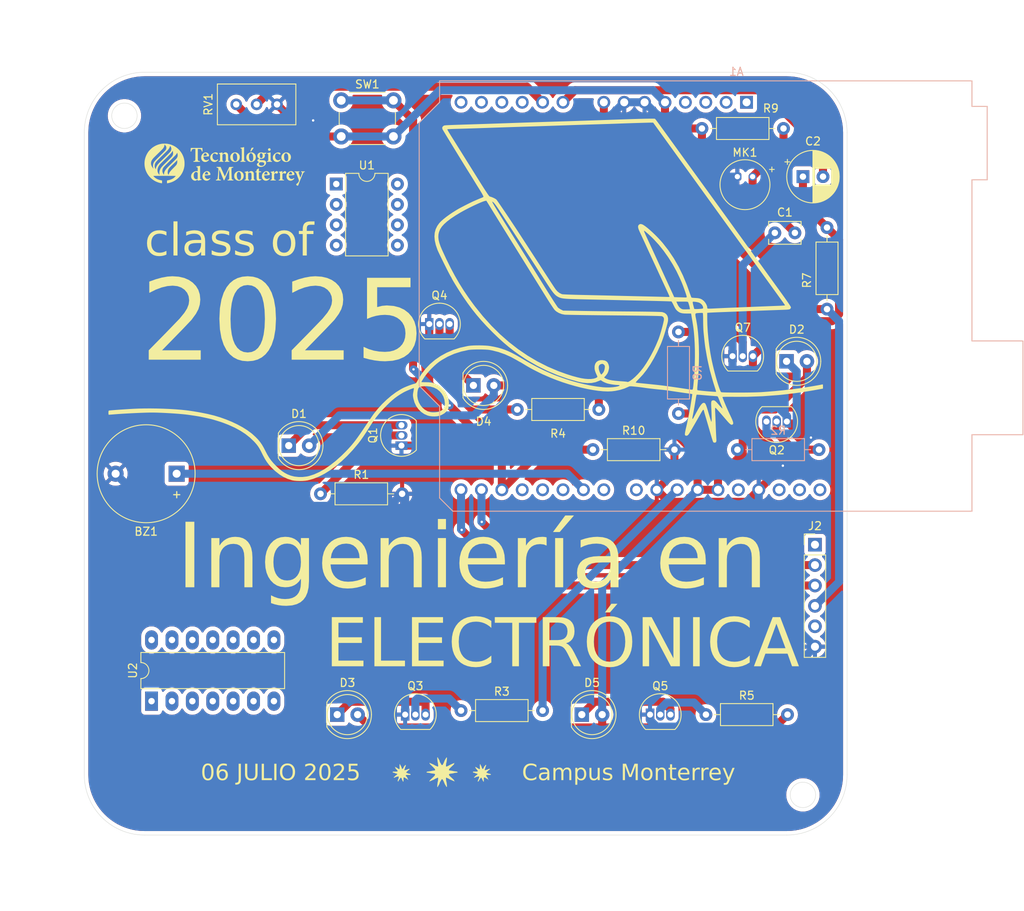
<source format=kicad_pcb>
(kicad_pcb (version 20240108) (generator "pcbnew") (generator_version "8.0")
  (layers (0 "F.Cu" signal) (31 "B.Cu" signal) (34 "B.Paste" user) (35 "F.Paste" user) (36 "B.SilkS" user "B.Silkscreen") (37 "F.SilkS" user "F.Silkscreen") (38 "B.Mask" user) (39 "F.Mask" user) (44 "Edge.Cuts" user))
  (net 0 "")
  (net 12 "Net-(A1-+5V)")
  (net 13 "GND")
  (net 14 "Net-(A1-A0)")
  (net 15 "Net-(A1-D1{slash}TX)")
  (net 16 "Net-(A1-D5)")
  (net 17 "/LEDSchem/PinName")
  (net 18 "Net-(A1-3V3)")
  (net 19 "Net-(A1-A1)")
  (net 20 "/LEDSchem5/PinName")
  (net 21 "/LEDSchem2/PinName")
  (net 22 "Net-(A1-D2)")
  (net 23 "Net-(A1-D6)")
  (net 24 "Net-(A1-~{RESET})")
  (net 25 "Net-(A1-IOREF)")
  (net 26 "Net-(A1-D0{slash}RX)")
  (net 27 "Net-(Q7-B)")
  (net 28 "Net-(MK1-+)")
  (net 29 "Net-(Q7-C)")
  (net 30 "Net-(D1-K)")
  (net 31 "Net-(D2-K)")
  (net 32 "Net-(D3-K)")
  (net 33 "Net-(D4-K)")
  (net 34 "Net-(D5-K)")
  (net 37 "Net-(Q1-B)")
  (net 38 "Net-(Q2-B)")
  (net 39 "Net-(Q3-B)")
  (net 40 "Net-(Q4-B)")
  (net 41 "Net-(Q5-B)")
  (footprint "Resistor_THT:R_Axial_DIN0207_L6.3mm_D2.5mm_P10.16mm_Horizontal" (layer "F.Cu") (at 94.42 102.5)
    (property "Reference" "R1" (at 5.08 -2.37 0) (layer "F.SilkS"))
    (property "Value" "R")
    (pad "1" thru_hole circle (at 0 0) (size 1.6 1.6) (drill 0.8) (layers "*.Cu" "*.Mask") (net 37 "Net-(Q1-B)"))
    (pad "2" thru_hole oval (at 10.16 0) (size 1.6 1.6) (drill 0.8) (layers "*.Cu" "*.Mask") (net 13 "GND"))
  )
  (footprint "LED_THT:LED_D5.0mm" (layer "F.Cu") (at 113.46 89)
    (property "Reference" "D4" (at 1.27 4.5 0) (layer "F.SilkS"))
    (property "Value" "LED")
    (pad "1" thru_hole rect (at 0 0) (size 1.8 1.8) (drill 0.9) (layers "*.Cu" "*.Mask") (net 33 "Net-(D4-K)"))
    (pad "2" thru_hole circle (at 2.54 0) (size 1.8 1.8) (drill 0.9) (layers "*.Cu" "*.Mask") (net 17 "/LEDSchem/PinName"))
  )
  (footprint "Resistor_THT:R_Axial_DIN0207_L6.3mm_D2.5mm_P10.16mm_Horizontal" (layer "F.Cu") (at 141.92 57)
    (property "Reference" "R9" (at 8.58 -2.5 0) (layer "F.SilkS"))
    (property "Value" "R")
    (pad "1" thru_hole circle (at 0 0) (size 1.6 1.6) (drill 0.8) (layers "*.Cu" "*.Mask") (net 12 "Net-(A1-+5V)"))
    (pad "2" thru_hole oval (at 10.16 0) (size 1.6 1.6) (drill 0.8) (layers "*.Cu" "*.Mask") (net 28 "Net-(MK1-+)"))
  )
  (footprint "LOGO" (layer "F.Cu") (at 82.5 61.5)
    (property "Reference" "G***" (hide yes))
    (property "Value" "LOGO" (hide yes))
  )
  (footprint "Resistor_THT:R_Axial_DIN0207_L6.3mm_D2.5mm_P10.16mm_Horizontal" (layer "F.Cu") (at 142.42 130)
    (property "Reference" "R5" (at 5.08 -2.37 0) (layer "F.SilkS"))
    (property "Value" "R")
    (pad "1" thru_hole circle (at 0 0) (size 1.6 1.6) (drill 0.8) (layers "*.Cu" "*.Mask") (net 41 "Net-(Q5-B)"))
    (pad "2" thru_hole oval (at 10.16 0) (size 1.6 1.6) (drill 0.8) (layers "*.Cu" "*.Mask") (net 17 "/LEDSchem/PinName"))
  )
  (footprint "Resistor_THT:R_Axial_DIN0207_L6.3mm_D2.5mm_P10.16mm_Horizontal" (layer "F.Cu") (at 128.34 97)
    (property "Reference" "R10" (at 5.08 -2.37 0) (layer "F.SilkS"))
    (property "Value" "R")
    (pad "1" thru_hole circle (at 0 0) (size 1.6 1.6) (drill 0.8) (layers "*.Cu" "*.Mask") (net 22 "Net-(A1-D2)"))
    (pad "2" thru_hole oval (at 10.16 0) (size 1.6 1.6) (drill 0.8) (layers "*.Cu" "*.Mask") (net 13 "GND"))
  )
  (footprint "Sensor_Audio:POM-2244P-C3310-2-R" (layer "F.Cu") (at 146.3325 63)
    (property "Reference" "MK1" (at 0.95 -3 0) (layer "F.SilkS"))
    (property "Value" "Microphone")
    (pad "1" thru_hole roundrect (at 0 0) (size 1 1) (drill 0.65) (layers "*.Cu" "*.Mask") (net 13 "GND"))
    (pad "2" thru_hole circle (at 1.9 0) (size 1 1) (drill 0.65) (layers "*.Cu" "*.Mask") (net 28 "Net-(MK1-+)"))
  )
  (footprint "Package_TO_SOT_THT:TO-92_Inline" (layer "F.Cu") (at 152.5 93.5 180)
    (property "Reference" "Q2" (at 1.27 -3.56 360) (layer "F.SilkS"))
    (property "Value" "2N2219")
    (pad "1" thru_hole rect (at 0 0 180) (size 1.05 1.5) (drill 0.75) (layers "*.Cu" "*.Mask") (net 13 "GND"))
    (pad "2" thru_hole oval (at 1.27 0 180) (size 1.05 1.5) (drill 0.75) (layers "*.Cu" "*.Mask") (net 38 "Net-(Q2-B)"))
    (pad "3" thru_hole oval (at 2.54 0 180) (size 1.05 1.5) (drill 0.75) (layers "*.Cu" "*.Mask") (net 31 "Net-(D2-K)"))
  )
  (footprint "Package_TO_SOT_THT:TO-92_Inline" (layer "F.Cu") (at 104.5 96.5 90)
    (property "Reference" "Q1" (at 1.27 -3.56 90) (layer "F.SilkS"))
    (property "Value" "2N2219")
    (pad "1" thru_hole rect (at 0 0 90) (size 1.05 1.5) (drill 0.75) (layers "*.Cu" "*.Mask") (net 13 "GND"))
    (pad "2" thru_hole oval (at 1.27 0 90) (size 1.05 1.5) (drill 0.75) (layers "*.Cu" "*.Mask") (net 37 "Net-(Q1-B)"))
    (pad "3" thru_hole oval (at 2.54 0 90) (size 1.05 1.5) (drill 0.75) (layers "*.Cu" "*.Mask") (net 30 "Net-(D1-K)"))
  )
  (footprint "Capacitor_THT:C_Disc_D3.8mm_W2.6mm_P2.50mm" (layer "F.Cu") (at 151 70)
    (property "Reference" "C1" (at 1.25 -2.55 0) (layer "F.SilkS"))
    (property "Value" "C_ceramico")
    (pad "1" thru_hole circle (at 0 0) (size 1.6 1.6) (drill 0.8) (layers "*.Cu" "*.Mask") (net 27 "Net-(Q7-B)"))
    (pad "2" thru_hole circle (at 2.5 0) (size 1.6 1.6) (drill 0.8) (layers "*.Cu" "*.Mask") (net 28 "Net-(MK1-+)"))
  )
  (footprint "Package_DIP:DIP-8_W7.62mm" (layer "F.Cu") (at 96.38 63.92)
    (property "Reference" "U1" (at 3.81 -2.33 360) (layer "F.SilkS"))
    (property "Value" "LM358")
    (pad "1" thru_hole rect (at 0 0) (size 1.6 1.6) (drill 0.8) (layers "*.Cu" "*.Mask"))
    (pad "2" thru_hole oval (at 0 2.54) (size 1.6 1.6) (drill 0.8) (layers "*.Cu" "*.Mask"))
    (pad "3" thru_hole oval (at 0 5.08) (size 1.6 1.6) (drill 0.8) (layers "*.Cu" "*.Mask"))
    (pad "4" thru_hole oval (at 0 7.62) (size 1.6 1.6) (drill 0.8) (layers "*.Cu" "*.Mask"))
    (pad "5" thru_hole oval (at 7.62 7.62) (size 1.6 1.6) (drill 0.8) (layers "*.Cu" "*.Mask"))
    (pad "6" thru_hole oval (at 7.62 5.08) (size 1.6 1.6) (drill 0.8) (layers "*.Cu" "*.Mask"))
    (pad "7" thru_hole oval (at 7.62 2.54) (size 1.6 1.6) (drill 0.8) (layers "*.Cu" "*.Mask"))
    (pad "8" thru_hole oval (at 7.62 0) (size 1.6 1.6) (drill 0.8) (layers "*.Cu" "*.Mask"))
  )
  (footprint "LED_THT:LED_D5.0mm" (layer "F.Cu") (at 152.46 86)
    (property "Reference" "D2" (at 1.27 -3.96 0) (layer "F.SilkS"))
    (property "Value" "LED")
    (pad "1" thru_hole rect (at 0 0) (size 1.8 1.8) (drill 0.9) (layers "*.Cu" "*.Mask") (net 31 "Net-(D2-K)"))
    (pad "2" thru_hole circle (at 2.54 0) (size 1.8 1.8) (drill 0.9) (layers "*.Cu" "*.Mask") (net 17 "/LEDSchem/PinName"))
  )
  (footprint "Package_TO_SOT_THT:TO-92_Inline" (layer "F.Cu") (at 145.73 85.36)
    (property "Reference" "Q7" (at 1.27 -3.56 0) (layer "F.SilkS"))
    (property "Value" "2N2219")
    (pad "1" thru_hole rect (at 0 0) (size 1.05 1.5) (drill 0.75) (layers "*.Cu" "*.Mask") (net 13 "GND"))
    (pad "2" thru_hole oval (at 1.27 0) (size 1.05 1.5) (drill 0.75) (layers "*.Cu" "*.Mask") (net 27 "Net-(Q7-B)"))
    (pad "3" thru_hole oval (at 2.54 0) (size 1.05 1.5) (drill 0.75) (layers "*.Cu" "*.Mask") (net 29 "Net-(Q7-C)"))
  )
  (footprint "LED_THT:LED_D5.0mm" (layer "F.Cu") (at 90.46 96.5)
    (property "Reference" "D1" (at 1.27 -3.96 0) (layer "F.SilkS"))
    (property "Value" "LED")
    (pad "1" thru_hole rect (at 0 0) (size 1.8 1.8) (drill 0.9) (layers "*.Cu" "*.Mask") (net 30 "Net-(D1-K)"))
    (pad "2" thru_hole circle (at 2.54 0) (size 1.8 1.8) (drill 0.9) (layers "*.Cu" "*.Mask") (net 17 "/LEDSchem/PinName"))
  )
  (footprint "Package_DIP:DIP-14_W7.62mm_LongPads" (layer "F.Cu") (at 73.375 128.325 90)
    (property "Reference" "U2" (at 3.81 -2.33 90) (layer "F.SilkS"))
    (property "Value" "74LS08")
    (pad "1" thru_hole rect (at 0 0 90) (size 2.4 1.6) (drill 0.8) (layers "*.Cu" "*.Mask"))
    (pad "2" thru_hole oval (at 0 2.54 90) (size 2.4 1.6) (drill 0.8) (layers "*.Cu" "*.Mask"))
    (pad "3" thru_hole oval (at 0 5.08 90) (size 2.4 1.6) (drill 0.8) (layers "*.Cu" "*.Mask"))
    (pad "4" thru_hole oval (at 0 7.62 90) (size 2.4 1.6) (drill 0.8) (layers "*.Cu" "*.Mask"))
    (pad "5" thru_hole oval (at 0 10.16 90) (size 2.4 1.6) (drill 0.8) (layers "*.Cu" "*.Mask"))
    (pad "6" thru_hole oval (at 0 12.7 90) (size 2.4 1.6) (drill 0.8) (layers "*.Cu" "*.Mask"))
    (pad "7" thru_hole oval (at 0 15.24 90) (size 2.4 1.6) (drill 0.8) (layers "*.Cu" "*.Mask"))
    (pad "8" thru_hole oval (at 7.62 15.24 90) (size 2.4 1.6) (drill 0.8) (layers "*.Cu" "*.Mask"))
    (pad "9" thru_hole oval (at 7.62 12.7 90) (size 2.4 1.6) (drill 0.8) (layers "*.Cu" "*.Mask"))
    (pad "10" thru_hole oval (at 7.62 10.16 90) (size 2.4 1.6) (drill 0.8) (layers "*.Cu" "*.Mask"))
    (pad "11" thru_hole oval (at 7.62 7.62 90) (size 2.4 1.6) (drill 0.8) (layers "*.Cu" "*.Mask"))
    (pad "12" thru_hole oval (at 7.62 5.08 90) (size 2.4 1.6) (drill 0.8) (layers "*.Cu" "*.Mask"))
    (pad "13" thru_hole oval (at 7.62 2.54 90) (size 2.4 1.6) (drill 0.8) (layers "*.Cu" "*.Mask"))
    (pad "14" thru_hole oval (at 7.62 0 90) (size 2.4 1.6) (drill 0.8) (layers "*.Cu" "*.Mask"))
  )
  (footprint "LED_THT:LED_D5.0mm" (layer "F.Cu") (at 96.5 130)
    (property "Reference" "D3" (at 1.27 -3.96 0) (layer "F.SilkS"))
    (property "Value" "LED")
    (pad "1" thru_hole rect (at 0 0) (size 1.8 1.8) (drill 0.9) (layers "*.Cu" "*.Mask") (net 32 "Net-(D3-K)"))
    (pad "2" thru_hole circle (at 2.54 0) (size 1.8 1.8) (drill 0.9) (layers "*.Cu" "*.Mask") (net 17 "/LEDSchem/PinName"))
  )
  (footprint "Potentiometer_THT:Potentiometer_Bourns_3386C_Horizontal" (layer "F.Cu") (at 83.92 54 90)
    (property "Reference" "RV1" (at 0 -3.475 90) (layer "F.SilkS"))
    (property "Value" "R_Potentiometer")
    (pad "1" thru_hole circle (at 0 0 90) (size 1.44 1.44) (drill 0.8) (layers "*.Cu" "*.Mask") (net 12 "Net-(A1-+5V)"))
    (pad "2" thru_hole circle (at 0 2.54 90) (size 1.44 1.44) (drill 0.8) (layers "*.Cu" "*.Mask") (net 19 "Net-(A1-A1)"))
    (pad "3" thru_hole circle (at 0 5.08 90) (size 1.44 1.44) (drill 0.8) (layers "*.Cu" "*.Mask") (net 13 "GND"))
  )
  (footprint "Package_TO_SOT_THT:TO-92_Inline" (layer "F.Cu") (at 135.46 130)
    (property "Reference" "Q5" (at 1.27 -3.56 0) (layer "F.SilkS"))
    (property "Value" "2N2219")
    (pad "1" thru_hole rect (at 0 0) (size 1.05 1.5) (drill 0.75) (layers "*.Cu" "*.Mask") (net 13 "GND"))
    (pad "2" thru_hole oval (at 1.27 0) (size 1.05 1.5) (drill 0.75) (layers "*.Cu" "*.Mask") (net 41 "Net-(Q5-B)"))
    (pad "3" thru_hole oval (at 2.54 0) (size 1.05 1.5) (drill 0.75) (layers "*.Cu" "*.Mask") (net 34 "Net-(D5-K)"))
  )
  (footprint "LOGO" (layer "F.Cu") (at 112.5 77.5)
    (property "Reference" "G***" (hide yes))
    (property "Value" "LOGO" (hide yes))
  )
  (footprint "Connector_PinHeader_2.54mm:PinHeader_1x06_P2.54mm_Vertical" (layer "F.Cu") (at 156 108.84)
    (property "Reference" "J2" (at 0 -2.33 0) (layer "F.SilkS"))
    (property "Value" "FTDI Connector")
    (pad "1" thru_hole rect (at 0 0) (size 1.7 1.7) (drill 1) (layers "*.Cu" "*.Mask"))
    (pad "2" thru_hole oval (at 0 2.54) (size 1.7 1.7) (drill 1) (layers "*.Cu" "*.Mask") (net 15 "Net-(A1-D1{slash}TX)"))
    (pad "3" thru_hole oval (at 0 5.08) (size 1.7 1.7) (drill 1) (layers "*.Cu" "*.Mask") (net 26 "Net-(A1-D0{slash}RX)"))
    (pad "4" thru_hole oval (at 0 7.62) (size 1.7 1.7) (drill 1) (layers "*.Cu" "*.Mask") (net 12 "Net-(A1-+5V)"))
    (pad "5" thru_hole oval (at 0 10.16) (size 1.7 1.7) (drill 1) (layers "*.Cu" "*.Mask"))
    (pad "6" thru_hole oval (at 0 12.7) (size 1.7 1.7) (drill 1) (layers "*.Cu" "*.Mask") (net 13 "GND"))
  )
  (footprint "Package_TO_SOT_THT:TO-92_Inline" (layer "F.Cu") (at 104.96 130)
    (property "Reference" "Q3" (at 1.27 -3.56 0) (layer "F.SilkS"))
    (property "Value" "2N2219")
    (pad "1" thru_hole rect (at 0 0) (size 1.05 1.5) (drill 0.75) (layers "*.Cu" "*.Mask") (net 13 "GND"))
    (pad "2" thru_hole oval (at 1.27 0) (size 1.05 1.5) (drill 0.75) (layers "*.Cu" "*.Mask") (net 39 "Net-(Q3-B)"))
    (pad "3" thru_hole oval (at 2.54 0) (size 1.05 1.5) (drill 0.75) (layers "*.Cu" "*.Mask") (net 32 "Net-(D3-K)"))
  )
  (footprint "Resistor_THT:R_Axial_DIN0207_L6.3mm_D2.5mm_P10.16mm_Horizontal" (layer "F.Cu") (at 111.92 129.5)
    (property "Reference" "R3" (at 5.08 -2.37 0) (layer "F.SilkS"))
    (property "Value" "R")
    (pad "1" thru_hole circle (at 0 0) (size 1.6 1.6) (drill 0.8) (layers "*.Cu" "*.Mask") (net 39 "Net-(Q3-B)"))
    (pad "2" thru_hole oval (at 10.16 0) (size 1.6 1.6) (drill 0.8) (layers "*.Cu" "*.Mask") (net 21 "/LEDSchem2/PinName"))
  )
  (footprint "LOGO" (layer "F.Cu") (at 109.5 138.5)
    (property "Reference" "G***" (hide yes))
    (property "Value" "LOGO" (hide yes))
  )
  (footprint "Buzzer_Beeper:Buzzer_12x9.5RM7.6" (layer "F.Cu") (at 76.5 100 180)
    (property "Reference" "BZ1" (at 3.8 -7.2 360) (layer "F.SilkS"))
    (property "Value" "Buzzer")
    (fp_text user "+" (at -0.01 -2.54 360) (layer "F.SilkS"))
    (pad "1" thru_hole rect (at 0 0 180) (size 2 2) (drill 1) (layers "*.Cu" "*.Mask") (net 23 "Net-(A1-D6)"))
    (pad "2" thru_hole circle (at 7.6 0 180) (size 2 2) (drill 1) (layers "*.Cu" "*.Mask") (net 13 "GND"))
  )
  (footprint "Button_Switch_THT:SW_PUSH_6mm" (layer "F.Cu") (at 97 53.5)
    (property "Reference" "SW1" (at 3.25 -2 0) (layer "F.SilkS"))
    (property "Value" "SW_Push")
    (pad "1" thru_hole circle (at 0 0 90) (size 2 2) (drill 1.1) (layers "*.Cu" "*.Mask") (net 22 "Net-(A1-D2)"))
    (pad "1" thru_hole circle (at 6.5 0 90) (size 2 2) (drill 1.1) (layers "*.Cu" "*.Mask") (net 22 "Net-(A1-D2)"))
    (pad "2" thru_hole circle (at 0 4.5 90) (size 2 2) (drill 1.1) (layers "*.Cu" "*.Mask") (net 12 "Net-(A1-+5V)"))
    (pad "2" thru_hole circle (at 6.5 4.5 90) (size 2 2) (drill 1.1) (layers "*.Cu" "*.Mask") (net 12 "Net-(A1-+5V)"))
  )
  (footprint "Resistor_THT:R_Axial_DIN0207_L6.3mm_D2.5mm_P10.16mm_Horizontal" (layer "F.Cu") (at 157.5 79.5 90)
    (property "Reference" "R7" (at 3.58 -2.5 90) (layer "F.SilkS"))
    (property "Value" "R")
    (pad "1" thru_hole circle (at 0 0 90) (size 1.6 1.6) (drill 0.8) (layers "*.Cu" "*.Mask") (net 12 "Net-(A1-+5V)"))
    (pad "2" thru_hole oval (at 10.16 0 90) (size 1.6 1.6) (drill 0.8) (layers "*.Cu" "*.Mask") (net 29 "Net-(Q7-C)"))
  )
  (footprint "LED_THT:LED_D5.0mm" (layer "F.Cu") (at 126.96 130)
    (property "Reference" "D5" (at 1.27 -3.96 0) (layer "F.SilkS"))
    (property "Value" "LED")
    (pad "1" thru_hole rect (at 0 0) (size 1.8 1.8) (drill 0.9) (layers "*.Cu" "*.Mask") (net 34 "Net-(D5-K)"))
    (pad "2" thru_hole circle (at 2.54 0) (size 1.8 1.8) (drill 0.9) (layers "*.Cu" "*.Mask") (net 17 "/LEDSchem/PinName"))
  )
  (footprint "Capacitor_THT:CP_Radial_D6.3mm_P2.50mm" (layer "F.Cu") (at 154.5 63)
    (property "Reference" "C2" (at 1.25 -4.4 0) (layer "F.SilkS"))
    (property "Value" "C_Polarized")
    (pad "1" thru_hole rect (at 0 0) (size 1.6 1.6) (drill 0.8) (layers "*.Cu" "*.Mask") (net 29 "Net-(Q7-C)"))
    (pad "2" thru_hole circle (at 2.5 0) (size 1.6 1.6) (drill 0.8) (layers "*.Cu" "*.Mask") (net 14 "Net-(A1-A0)"))
  )
  (footprint "Resistor_THT:R_Axial_DIN0207_L6.3mm_D2.5mm_P10.16mm_Horizontal" (layer "F.Cu") (at 118.92 92)
    (property "Reference" "R4" (at 5.08 3 0) (layer "F.SilkS"))
    (property "Value" "R")
    (pad "1" thru_hole circle (at 0 0) (size 1.6 1.6) (drill 0.8) (layers "*.Cu" "*.Mask") (net 40 "Net-(Q4-B)"))
    (pad "2" thru_hole oval (at 10.16 0) (size 1.6 1.6) (drill 0.8) (layers "*.Cu" "*.Mask") (net 17 "/LEDSchem/PinName"))
  )
  (footprint "Package_TO_SOT_THT:TO-92_Inline" (layer "F.Cu") (at 107.96 81.36)
    (property "Reference" "Q4" (at 1.27 -3.56 0) (layer "F.SilkS"))
    (property "Value" "2N2219")
    (pad "1" thru_hole rect (at 0 0) (size 1.05 1.5) (drill 0.75) (layers "*.Cu" "*.Mask") (net 13 "GND"))
    (pad "2" thru_hole oval (at 1.27 0) (size 1.05 1.5) (drill 0.75) (layers "*.Cu" "*.Mask") (net 40 "Net-(Q4-B)"))
    (pad "3" thru_hole oval (at 2.54 0) (size 1.05 1.5) (drill 0.75) (layers "*.Cu" "*.Mask") (net 33 "Net-(D4-K)"))
  )
  (footprint "Resistor_THT:R_Axial_DIN0207_L6.3mm_D2.5mm_P10.16mm_Horizontal" (layer "B.Cu") (at 139 92.5 90)
    (property "Reference" "R8" (at 5.08 2.37 90) (layer "B.SilkS") (effects (justify mirror)))
    (property "Value" "R")
    (pad "1" thru_hole circle (at 0 0 90) (size 1.6 1.6) (drill 0.8) (layers "*.Cu" "*.Mask") (net 29 "Net-(Q7-C)"))
    (pad "2" thru_hole oval (at 10.16 0 90) (size 1.6 1.6) (drill 0.8) (layers "*.Cu" "*.Mask") (net 27 "Net-(Q7-B)"))
  )
  (footprint "Resistor_THT:R_Axial_DIN0207_L6.3mm_D2.5mm_P10.16mm_Horizontal" (layer "B.Cu") (at 156.5 97 180)
    (property "Reference" "R2" (at 5.08 2.37 360) (layer "B.SilkS") (effects (justify mirror)))
    (property "Value" "R")
    (pad "1" thru_hole circle (at 0 0 180) (size 1.6 1.6) (drill 0.8) (layers "*.Cu" "*.Mask") (net 38 "Net-(Q2-B)"))
    (pad "2" thru_hole oval (at 10.16 0 180) (size 1.6 1.6) (drill 0.8) (layers "*.Cu" "*.Mask") (net 17 "/LEDSchem/PinName"))
  )
  (footprint "Module:Arduino_UNO_R3" (layer "B.Cu") (at 147.48 53.74 180)
    (property "Reference" "A1" (at 1.27 3.81 360) (layer "B.SilkS") (effects (justify mirror)))
    (property "Value" "Arduino_UNO_R3")
    (pad "1" thru_hole rect (at 0 0 90) (size 1.6 1.6) (drill 1) (layers "*.Cu" "*.Mask"))
    (pad "2" thru_hole oval (at 2.54 0 90) (size 1.6 1.6) (drill 1) (layers "*.Cu" "*.Mask") (net 25 "Net-(A1-IOREF)"))
    (pad "3" thru_hole oval (at 5.08 0 90) (size 1.6 1.6) (drill 1) (layers "*.Cu" "*.Mask") (net 24 "Net-(A1-~{RESET})"))
    (pad "4" thru_hole oval (at 7.62 0 90) (size 1.6 1.6) (drill 1) (layers "*.Cu" "*.Mask") (net 18 "Net-(A1-3V3)"))
    (pad "5" thru_hole oval (at 10.16 0 90) (size 1.6 1.6) (drill 1) (layers "*.Cu" "*.Mask") (net 12 "Net-(A1-+5V)"))
    (pad "6" thru_hole oval (at 12.7 0 90) (size 1.6 1.6) (drill 1) (layers "*.Cu" "*.Mask") (net 13 "GND"))
    (pad "7" thru_hole oval (at 15.24 0 90) (size 1.6 1.6) (drill 1) (layers "*.Cu" "*.Mask") (net 13 "GND"))
    (pad "8" thru_hole oval (at 17.78 0 90) (size 1.6 1.6) (drill 1) (layers "*.Cu" "*.Mask") (net 17 "/LEDSchem/PinName"))
    (pad "9" thru_hole oval (at 22.86 0 90) (size 1.6 1.6) (drill 1) (layers "*.Cu" "*.Mask") (net 14 "Net-(A1-A0)"))
    (pad "10" thru_hole oval (at 25.4 0 90) (size 1.6 1.6) (drill 1) (layers "*.Cu" "*.Mask") (net 19 "Net-(A1-A1)"))
    (pad "11" thru_hole oval (at 27.94 0 90) (size 1.6 1.6) (drill 1) (layers "*.Cu" "*.Mask"))
    (pad "12" thru_hole oval (at 30.48 0 90) (size 1.6 1.6) (drill 1) (layers "*.Cu" "*.Mask"))
    (pad "13" thru_hole oval (at 33.02 0 90) (size 1.6 1.6) (drill 1) (layers "*.Cu" "*.Mask"))
    (pad "14" thru_hole oval (at 35.56 0 90) (size 1.6 1.6) (drill 1) (layers "*.Cu" "*.Mask"))
    (pad "15" thru_hole oval (at 35.56 -48.26 90) (size 1.6 1.6) (drill 1) (layers "*.Cu" "*.Mask") (net 26 "Net-(A1-D0{slash}RX)"))
    (pad "16" thru_hole oval (at 33.02 -48.26 90) (size 1.6 1.6) (drill 1) (layers "*.Cu" "*.Mask") (net 15 "Net-(A1-D1{slash}TX)"))
    (pad "17" thru_hole oval (at 30.48 -48.26 90) (size 1.6 1.6) (drill 1) (layers "*.Cu" "*.Mask") (net 22 "Net-(A1-D2)"))
    (pad "18" thru_hole oval (at 27.94 -48.26 90) (size 1.6 1.6) (drill 1) (layers "*.Cu" "*.Mask"))
    (pad "19" thru_hole oval (at 25.4 -48.26 90) (size 1.6 1.6) (drill 1) (layers "*.Cu" "*.Mask"))
    (pad "20" thru_hole oval (at 22.86 -48.26 90) (size 1.6 1.6) (drill 1) (layers "*.Cu" "*.Mask") (net 16 "Net-(A1-D5)"))
    (pad "21" thru_hole oval (at 20.32 -48.26 90) (size 1.6 1.6) (drill 1) (layers "*.Cu" "*.Mask") (net 23 "Net-(A1-D6)"))
    (pad "22" thru_hole oval (at 17.78 -48.26 90) (size 1.6 1.6) (drill 1) (layers "*.Cu" "*.Mask"))
    (pad "23" thru_hole oval (at 13.72 -48.26 90) (size 1.6 1.6) (drill 1) (layers "*.Cu" "*.Mask") (net 17 "/LEDSchem/PinName"))
    (pad "24" thru_hole oval (at 11.18 -48.26 90) (size 1.6 1.6) (drill 1) (layers "*.Cu" "*.Mask") (net 13 "GND"))
    (pad "25" thru_hole oval (at 8.64 -48.26 90) (size 1.6 1.6) (drill 1) (layers "*.Cu" "*.Mask") (net 21 "/LEDSchem2/PinName"))
    (pad "26" thru_hole oval (at 6.1 -48.26 90) (size 1.6 1.6) (drill 1) (layers "*.Cu" "*.Mask") (net 17 "/LEDSchem/PinName"))
    (pad "27" thru_hole oval (at 3.56 -48.26 90) (size 1.6 1.6) (drill 1) (layers "*.Cu" "*.Mask") (net 17 "/LEDSchem/PinName"))
    (pad "28" thru_hole oval (at 1.02 -48.26 90) (size 1.6 1.6) (drill 1) (layers "*.Cu" "*.Mask") (net 20 "/LEDSchem5/PinName"))
    (pad "29" thru_hole oval (at -1.52 -48.26 90) (size 1.6 1.6) (drill 1) (layers "*.Cu" "*.Mask") (net 13 "GND"))
    (pad "30" thru_hole oval (at -4.06 -48.26 90) (size 1.6 1.6) (drill 1) (layers "*.Cu" "*.Mask"))
    (pad "31" thru_hole oval (at -6.6 -48.26 90) (size 1.6 1.6) (drill 1) (layers "*.Cu" "*.Mask"))
    (pad "32" thru_hole oval (at -9.14 -48.26 90) (size 1.6 1.6) (drill 1) (layers "*.Cu" "*.Mask"))
  )
  (gr_arc (start 65 57.5) (mid 67.196699 52.196699) (end 72.5 50) (stroke (width 0.05)) (layer "Edge.Cuts"))
  (gr_circle (center 154.5 140) (end 156 140.5) (stroke (width 0.05)) (fill none) (layer "Edge.Cuts"))
  (gr_arc (start 72.5 145) (mid 67.196699 142.803301) (end 65 137.5) (stroke (width 0.05)) (layer "Edge.Cuts"))
  (gr_arc (start 152.5 50) (mid 157.803301 52.196699) (end 160 57.5) (stroke (width 0.05)) (layer "Edge.Cuts"))
  (gr_arc (start 160 137.5) (mid 157.803301 142.803301) (end 152.5 145) (stroke (width 0.05)) (layer "Edge.Cuts"))
  (gr_circle (center 70 55.418862) (end 71.5 55.918862) (stroke (width 0.05)) (fill none) (layer "Edge.Cuts"))
  (gr_line (start 65 137.5) (end 65 57.5) (stroke (width 0.05)) (layer "Edge.Cuts"))
  (gr_line (start 160 57.5) (end 160 137.5) (stroke (width 0.05)) (layer "Edge.Cuts"))
  (gr_line (start 152.5 145) (end 72.5 145) (stroke (width 0.05)) (layer "Edge.Cuts"))
  (gr_line (start 72.5 50) (end 152.5 50) (stroke (width 0.05)) (layer "Edge.Cuts"))
  (gr_text "Ingeniería en " (at 76.5 115.5 0) (layer "F.SilkS") (effects (font (size 8 8) (thickness 0.1)) (justify left bottom)))
  (gr_text "class of" (at 72.5 73.5 0) (layer "F.SilkS") (effects (font (size 4 4)) (justify left bottom)))
  (gr_text "06 JULIO 2025" (at 79.5 138.5 0) (layer "F.SilkS") (effects (font (size 2 2) (thickness 0.1)) (justify left bottom)))
  (gr_text "ELECTRÓNICA" (at 95 125 0) (layer "F.SilkS") (effects (font (size 6 6) (thickness 0.1)) (justify left bottom)))
  (gr_text "Campus Monterrey" (at 119.5 138.5 0) (layer "F.SilkS") (effects (font (size 2 2) (thickness 0.1)) (justify left bottom)))
  (gr_text "2025" (at 72 87.5 0) (layer "F.SilkS") (effects (font (size 10 10) (thickness 0.1)) (justify left bottom)))
  (segment (start 141.92 67.42) (end 154 79.5) (width 1) (layer "F.Cu") (net 12))
  (segment (start 87.92 58) (end 83.92 54) (width 1) (layer "F.Cu") (net 12))
  (segment (start 138.5 57) (end 137.32 55.82) (width 1) (layer "F.Cu") (net 12))
  (segment (start 97 58) (end 87.92 58) (width 1) (layer "F.Cu") (net 12))
  (segment (start 141.92 57) (end 141.92 67.42) (width 1) (layer "F.Cu") (net 12))
  (segment (start 141.92 57) (end 138.5 57) (width 1) (layer "F.Cu") (net 12))
  (segment (start 154 79.5) (end 157.5 79.5) (width 1) (layer "F.Cu") (net 12))
  (segment (start 137.32 55.82) (end 137.32 53.74) (width 1) (layer "F.Cu") (net 12))
  (segment (start 159 113.46) (end 159 81) (width 1) (layer "B.Cu") (net 12))
  (segment (start 103.5 58) (end 97 58) (width 1) (layer "B.Cu") (net 12))
  (segment (start 109.26 52.24) (end 103.5 58) (width 1) (layer "B.Cu") (net 12))
  (segment (start 137.32 53.74) (end 135.82 52.24) (width 1) (layer "B.Cu") (net 12))
  (segment (start 156 116.46) (end 159 113.46) (width 1) (layer "B.Cu") (net 12))
  (segment (start 159 81) (end 157.5 79.5) (width 1) (layer "B.Cu") (net 12))
  (segment (start 135.82 52.24) (end 109.26 52.24) (width 1) (layer "B.Cu") (net 12))
  (segment (start 137.8 103.5) (end 147.5 103.5) (width 1) (layer "F.Cu") (net 13))
  (segment (start 138.5 99.8) (end 136.3 102) (width 1) (layer "F.Cu") (net 13))
  (segment (start 155.5 95.5) (end 154.5 95.5) (width 1) (layer "F.Cu") (net 13))
  (segment (start 107.96 94.79) (end 106.25 96.5) (width 1) (layer "F.Cu") (net 13))
  (segment (start 93.5 56) (end 91 56) (width 1) (layer "F.Cu") (net 13))
  (segment (start 106.25 96.5) (end 104.5 96.5) (width 1) (layer "F.Cu") (net 13))
  (segment (start 104.5 102.42) (end 104.58 102.5) (width 1) (layer "F.Cu") (net 13))
  (segment (start 147.5 103.5) (end 149 102) (width 1) (layer "F.Cu") (net 13))
  (segment (start 136.3 102) (end 137.8 103.5) (width 1) (layer "F.Cu") (net 13))
  (segment (start 91 56) (end 89 54) (width 1) (layer "F.Cu") (net 13))
  (segment (start 154.5 95.5) (end 152.5 93.5) (width 1) (layer "F.Cu") (net 13))
  (segment (start 149 102) (end 152 99) (width 1) (layer "F.Cu") (net 13))
  (segment (start 107.96 81.36) (end 107.96 94.79) (width 1) (layer "F.Cu") (net 13))
  (segment (start 138.5 97) (end 138.5 99.8) (width 1) (layer "F.Cu") (net 13))
  (via (at 152 99) (size 0.6) (drill 0.3) (layers "F.Cu" "B.Cu") (net 13))
  (via (at 155.5 95.5) (size 0.6) (drill 0.3) (layers "F.Cu" "B.Cu") (net 13))
  (via (at 93.5 56) (size 0.6) (drill 0.3) (layers "F.Cu" "B.Cu") (net 13))
  (segment (start 135.46 130.687412) (end 136.272588 131.5) (width 1) (layer "B.Cu") (net 13))
  (segment (start 152.5 92.812588) (end 152.5 93.5) (width 1) (layer "B.Cu") (net 13))
  (segment (start 146.3325 63) (end 144.04 63) (width 1) (layer "B.Cu") (net 13))
  (segment (start 134.78 53.74) (end 132.24 53.74) (width 1) (layer "B.Cu") (net 13))
  (segment (start 136.272588 131.5) (end 146.04 131.5) (width 1) (layer "B.Cu") (net 13))
  (segment (start 103.08 104) (end 104.58 102.5) (width 1) (layer "B.Cu") (net 13))
  (segment (start 104.96 102.88) (end 104.58 102.5) (width 1) (layer "B.Cu") (net 13))
  (segment (start 93.5 56) (end 93.5 57.5) (width 1) (layer "B.Cu") (net 13))
  (segment (start 146.744824 87.057412) (end 152.5 92.812588) (width 1) (layer "B.Cu") (net 13))
  (segment (start 156 121.54) (end 149 114.54) (width 1) (layer "B.Cu") (net 13))
  (segment (start 146.3325 63) (end 145.73 63.6025) (width 1) (layer "B.Cu") (net 13))
  (segment (start 96 60) (end 125.98 60) (width 1) (layer "B.Cu") (net 13))
  (segment (start 145.73 87.057412) (end 146.744824 87.057412) (width 1) (layer "B.Cu") (net 13))
  (segment (start 145.73 85.36) (end 145.73 87.057412) (width 1) (layer "B.Cu") (net 13))
  (segment (start 146.04 131.5) (end 156 121.54) (width 1) (layer "B.Cu") (net 13))
  (segment (start 145.73 63.6025) (end 145.73 85.36) (width 1) (layer "B.Cu") (net 13))
  (segment (start 152 99) (end 155.25 95.75) (width 1) (layer "B.Cu") (net 13))
  (segment (start 125.98 60) (end 132.24 53.74) (width 1) (layer "B.Cu") (net 13))
  (segment (start 68.9 100) (end 72.9 104) (width 1) (layer "B.Cu") (net 13))
  (segment (start 155.25 95.75) (end 155.5 95.5) (width 1) (layer "B.Cu") (net 13))
  (segment (start 144.04 63) (end 134.78 53.74) (width 1) (layer "B.Cu") (net 13))
  (segment (start 104.96 130) (end 104.96 102.88) (width 1) (layer "B.Cu") (net 13))
  (segment (start 93.5 57.5) (end 96 60) (width 1) (layer "B.Cu") (net 13))
  (segment (start 149 114.54) (end 149 102) (width 1) (layer "B.Cu") (net 13))
  (segment (start 72.9 104) (end 103.08 104) (width 1) (layer "B.Cu") (net 13))
  (segment (start 135.46 130) (end 135.46 130.687412) (width 1) (layer "B.Cu") (net 13))
  (segment (start 157 63) (end 157 59.798679) (width 1) (layer "F.Cu") (net 14))
  (segment (start 126.12 52.24) (end 124.62 53.74) (width 1) (layer "F.Cu") (net 14))
  (segment (start 149.441321 52.24) (end 126.12 52.24) (width 1) (layer "F.Cu") (net 14))
  (segment (start 157 59.798679) (end 149.441321 52.24) (width 1) (layer "F.Cu") (net 14))
  (segment (start 156 111.38) (end 119.88 111.38) (width 1) (layer "F.Cu") (net 15))
  (segment (start 119.88 111.38) (end 114.5 106) (width 1) (layer "F.Cu") (net 15))
  (via (at 114.5 106) (size 0.6) (drill 0.3) (layers "F.Cu" "B.Cu") (net 15))
  (segment (start 114.46 105.96) (end 114.5 106) (width 1) (layer "B.Cu") (net 15))
  (segment (start 114.46 102) (end 114.46 105.96) (width 1) (layer "B.Cu") (net 15))
  (segment (start 129.08 88.5) (end 128.58 89) (width 1) (layer "F.Cu") (net 17))
  (segment (start 143.92 102) (end 143.92 100.58) (width 1) (layer "F.Cu") (net 17))
  (segment (start 147 97.5) (end 147 92) (width 1) (layer "F.Cu") (net 17))
  (segment (start 99.04 130) (end 100.64 131.6) (width 1) (layer "F.Cu") (net 17))
  (segment (start 150.98 131.6) (end 129.4 131.6) (width 1) (layer "F.Cu") (net 17))
  (segment (start 155 88) (end 155 86) (width 1) (layer "F.Cu") (net 17))
  (segment (start 151 92) (end 155 88) (width 1) (layer "F.Cu") (net 17))
  (segment (start 129.7 53.74) (end 129.7 75.3) (width 1) (layer "F.Cu") (net 17))
  (segment (start 128.58 89) (end 116 89) (width 1) (layer "F.Cu") (net 17))
  (segment (start 129.4 131.6) (end 129.5 131.5) (width 1) (layer "F.Cu") (net 17))
  (segment (start 141.38 102) (end 143.92 102) (width 1) (layer "F.Cu") (net 17))
  (segment (start 129.7 75.3) (end 129.08 75.92) (width 1) (layer "F.Cu") (net 17))
  (segment (start 129.08 75.92) (end 129.08 92) (width 1) (layer "F.Cu") (net 17))
  (segment (start 100.64 131.6) (end 129.4 131.6) (width 1) (layer "F.Cu") (net 17))
  (segment (start 147 97.5) (end 146.5 97) (width 1) (layer "F.Cu") (net 17))
  (segment (start 147 92) (end 151 92) (width 1) (layer "F.Cu") (net 17))
  (segment (start 129.5 131.5) (end 129.5 130) (width 1) (layer "F.Cu") (net 17))
  (segment (start 129.08 85.458679) (end 141.38 97.758679) (width 1) (layer "F.Cu") (net 17))
  (segment (start 152.58 130) (end 150.98 131.6) (width 1) (layer "F.Cu") (net 17))
  (segment (start 146.5 97) (end 146.34 97) (width 1) (layer "F.Cu") (net 17))
  (segment (start 143.92 100.58) (end 147 97.5) (width 1) (layer "F.Cu") (net 17))
  (segment (start 141.38 97.758679) (end 141.38 102) (width 1) (layer "F.Cu") (net 17))
  (segment (start 93 96.5) (end 96.765 92.735) (width 1) (layer "B.Cu") (net 17))
  (segment (start 113.537792 92.735) (end 116 90.272792) (width 1) (layer "B.Cu") (net 17))
  (segment (start 129.5 113.88) (end 141.38 102) (width 1) (layer "B.Cu") (net 17))
  (segment (start 116 90.272792) (end 116 89) (width 1) (layer "B.Cu") (net 17))
  (segment (start 96.765 92.735) (end 113.537792 92.735) (width 1) (layer "B.Cu") (net 17))
  (segment (start 129.5 130) (end 129.5 113.88) (width 1) (layer "B.Cu") (net 17))
  (segment (start 120.14 51.8) (end 122.08 53.74) (width 1) (layer "F.Cu") (net 19))
  (segment (start 88.66 51.8) (end 120.14 51.8) (width 1) (layer "F.Cu") (net 19))
  (segment (start 86.46 54) (end 88.66 51.8) (width 1) (layer "F.Cu") (net 19))
  (segment (start 122.08 129.5) (end 122.08 118.76) (width 1) (layer "B.Cu") (net 21))
  (segment (start 122.08 118.76) (end 138.84 102) (width 1) (layer "B.Cu") (net 21))
  (segment (start 105.95 86.95) (end 106 87) (width 1) (layer "F.Cu") (net 22))
  (segment (start 103.5 53.5) (end 105.95 55.95) (width 1) (layer "F.Cu") (net 22))
  (segment (start 110.5 91.5) (end 117 98) (width 1) (layer "F.Cu") (net 22))
  (segment (start 117 98) (end 117 102) (width 1) (layer "F.Cu") (net 22))
  (segment (start 122 97) (end 117 102) (width 1) (layer "F.Cu") (net 22))
  (segment (start 105.95 55.95) (end 105.95 86.95) (width 1) (layer "F.Cu") (net 22))
  (segment (start 128.34 97) (end 122 97) (width 1) (layer "F.Cu") (net 22))
  (via (at 106 87) (size 0.6) (drill 0.3) (layers "F.Cu" "B.Cu") (net 22))
  (via (at 110.5 91.5) (size 0.6) (drill 0.3) (layers "F.Cu" "B.Cu") (net 22))
  (segment (start 106 87) (end 110.5 91.5) (width 1) (layer "B.Cu") (net 22))
  (segment (start 103.5 53.5) (end 97 53.5) (width 1) (layer "B.Cu") (net 22))
  (segment (start 76.5 100) (end 125.16 100) (width 1) (layer "B.Cu") (net 23))
  (segment (start 125.16 100) (end 127.16 102) (width 1) (layer "B.Cu") (net 23))
  (segment (start 156 113.92) (end 118.92 113.92) (width 1) (layer "F.Cu") (net 26))
  (segment (start 118.92 113.92) (end 112 107) (width 1) (layer "F.Cu") (net 26))
  (via (at 112 107) (size 0.6) (drill 0.3) (layers "F.Cu" "B.Cu") (net 26))
  (segment (start 111.92 106.92) (end 112 107) (width 1) (layer "B.Cu") (net 26))
  (segment (start 111.92 102) (end 111.92 106.92) (width 1) (layer "B.Cu") (net 26))
  (segment (start 147 83.61) (end 147 85.36) (width 1) (layer "F.Cu") (net 27))
  (segment (start 145.73 82.34) (end 147 83.61) (width 1) (layer "F.Cu") (net 27))
  (segment (start 139 82.34) (end 145.73 82.34) (width 1) (layer "F.Cu") (net 27))
  (segment (start 147 74) (end 147 85.36) (width 1) (layer "B.Cu") (net 27))
  (segment (start 151 70) (end 147 74) (width 1) (layer "B.Cu") (net 27))
  (segment (start 148.2325 63) (end 148.2325 64.7325) (width 1) (layer "F.Cu") (net 28))
  (segment (start 148.2325 64.7325) (end 153.5 70) (width 1) (layer "F.Cu") (net 28))
  (segment (start 152.08 59.1525) (end 148.2325 63) (width 1) (layer "F.Cu") (net 28))
  (segment (start 152.08 57) (end 152.08 59.1525) (width 1) (layer "F.Cu") (net 28))
  (segment (start 159 80.121321) (end 159 70.84) (width 1) (layer "F.Cu") (net 29))
  (segment (start 154.5 66.34) (end 157.5 69.34) (width 1) (layer "F.Cu") (net 29))
  (segment (start 154.5 63) (end 154.5 66.34) (width 1) (layer "F.Cu") (net 29))
  (segment (start 159 70.84) (end 157.5 69.34) (width 1) (layer "F.Cu") (net 29))
  (segment (start 142.88 92.5) (end 148.27 87.11) (width 1) (layer "F.Cu") (net 29))
  (segment (start 158.121321 81) (end 159 80.121321) (width 1) (layer "F.Cu") (net 29))
  (segment (start 152.63 81) (end 158.121321 81) (width 1) (layer "F.Cu") (net 29))
  (segment (start 148.27 87.11) (end 148.27 85.36) (width 1) (layer "F.Cu") (net 29))
  (segment (start 148.27 85.36) (end 152.63 81) (width 1) (layer "F.Cu") (net 29))
  (segment (start 139 92.5) (end 142.88 92.5) (width 1) (layer "F.Cu") (net 29))
  (segment (start 93 93.96) (end 90.46 96.5) (width 1) (layer "F.Cu") (net 30))
  (segment (start 104.5 93.96) (end 93 93.96) (width 1) (layer "F.Cu") (net 30))
  (segment (start 153.725 94.95) (end 153.675 95) (width 1) (layer "B.Cu") (net 31))
  (segment (start 153.675 95) (end 150 95) (width 1) (layer "B.Cu") (net 31))
  (segment (start 149.96 94.96) (end 149.96 93.5) (width 1) (layer "B.Cu") (net 31))
  (segment (start 152.46 86) (end 153.725 87.265) (width 1) (layer "B.Cu") (net 31))
  (segment (start 150 95) (end 149.96 94.96) (width 1) (layer "B.Cu") (net 31))
  (segment (start 153.725 87.265) (end 153.725 94.95) (width 1) (layer "B.Cu") (net 31))
  (segment (start 96.5 130) (end 98.1 128.4) (width 1) (layer "F.Cu") (net 32))
  (segment (start 107.4 128.4) (end 107.5 128.5) (width 1) (layer "F.Cu") (net 32))
  (segment (start 98.1 128.4) (end 107.4 128.4) (width 1) (layer "F.Cu") (net 32))
  (segment (start 107.5 128.5) (end 107.5 130) (width 1) (layer "F.Cu") (net 32))
  (segment (start 110.5 86.04) (end 110.5 81.36) (width 1) (layer "F.Cu") (net 33))
  (segment (start 113.46 89) (end 110.5 86.04) (width 1) (layer "F.Cu") (net 33))
  (segment (start 138 129.312588) (end 138 130) (width 1) (layer "F.Cu") (net 34))
  (segment (start 126.96 130) (end 128.56 128.4) (width 1) (layer "F.Cu") (net 34))
  (segment (start 128.56 128.4) (end 137.087412 128.4) (width 1) (layer "F.Cu") (net 34))
  (segment (start 137.087412 128.4) (end 138 129.312588) (width 1) (layer "F.Cu") (net 34))
  (segment (start 101.69 95.23) (end 94.42 102.5) (width 1) (layer "F.Cu") (net 37))
  (segment (start 104.5 95.23) (end 101.69 95.23) (width 1) (layer "F.Cu") (net 37))
  (segment (start 151.23 93.5) (end 151.23 94.905) (width 1) (layer "F.Cu") (net 38))
  (segment (start 153.325 97) (end 156.5 97) (width 1) (layer "F.Cu") (net 38))
  (segment (start 151.23 94.905) (end 153.325 97) (width 1) (layer "F.Cu") (net 38))
  (segment (start 106.23 130) (end 106.23 128.25) (width 1) (layer "B.Cu") (net 39))
  (segment (start 106.48 128) (end 110.42 128) (width 1) (layer "B.Cu") (net 39))
  (segment (start 110.42 128) (end 111.92 129.5) (width 1) (layer "B.Cu") (net 39))
  (segment (start 106.23 128.25) (end 106.48 128) (width 1) (layer "B.Cu") (net 39))
  (segment (start 113.26 92) (end 109.23 87.97) (width 1) (layer "F.Cu") (net 40))
  (segment (start 109.23 87.97) (end 109.23 81.36) (width 1) (layer "F.Cu") (net 40))
  (segment (start 118.92 92) (end 113.26 92) (width 1) (layer "F.Cu") (net 40))
  (segment (start 136.73 130) (end 136.73 129.312588) (width 1) (layer "B.Cu") (net 41))
  (segment (start 137.542588 128.5) (end 140.92 128.5) (width 1) (layer "B.Cu") (net 41))
  (segment (start 140.92 128.5) (end 142.42 130) (width 1) (layer "B.Cu") (net 41))
  (segment (start 136.73 129.312588) (end 137.542588 128.5) (width 1) (layer "B.Cu") (net 41))
  (zone (net 13) (net_name "GND") (layer "F.Cu") (priority 1) (connect_pads (clearance 0.5)) (min_thickness 0.25) (fill yes (thermal_gap 0.5) (thermal_bridge_width 0.5))
    (polygon (pts (xy 55.5 153) (xy 168 154.5) (xy 169.5 43) (xy 55.5 41) (xy 54.5 42) (xy 55.5 44.5)))
  )
  (zone (net 13) (net_name "GND") (layer "B.Cu") (connect_pads (clearance 0.5)) (min_thickness 0.25) (fill yes (thermal_gap 0.5) (thermal_bridge_width 0.5))
    (polygon (pts (xy 61 149) (xy 165.5 148.5) (xy 165.5 47) (xy 61 46.5)))
  )
)
</source>
